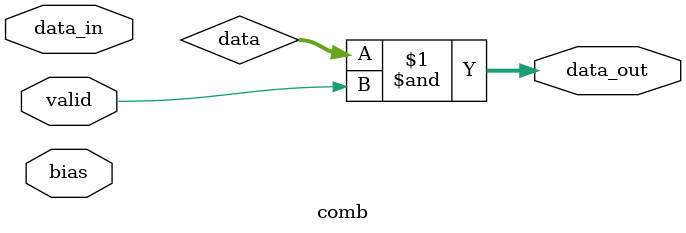
<source format=v>
`include "../include/config.vh"
`include "./sigmoid.v"

module comb#(
    parameter bitwidth  =32,
	parameter inputBitwidth =16
)(
    input [bitwidth-1:0]data_in,
    input [inputBitwidth-1:0]bias,
    input valid,
    output [bitwidth-1:0]data_out
);

    wire [bitwidth-1:0] data;
    /*combination logic*/

    //linear regression
    `ifdef LINEAR
    assign data=data_in-bias;
    `endif

    //SVM
    `ifdef SVM
    assign data=(data_in*bias)>=1?-bias:0;
    `endif

    //logistic regression
    `ifdef LOGISTIC
    wire[bitwidth-1:0] diff;
    assign diff=data_in-bias;
    sigmoid sigmoid1(
        .in(diff),
        .out(data)
    );
    `endif


    //assign data_out=data&valid;
	assign data_out=data&valid;
endmodule

</source>
